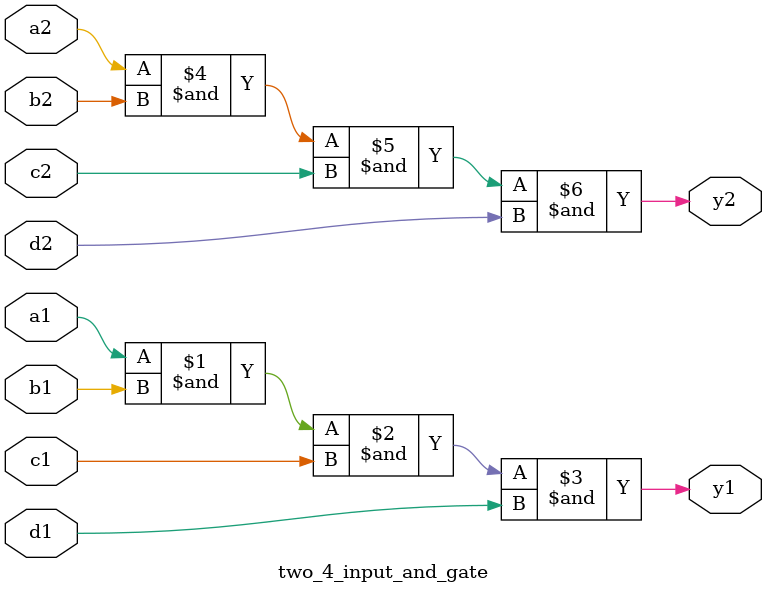
<source format=v>
`timescale 1ns / 1ps

module two_4_input_and_gate#(parameter DELAY = 10)(
    input wire a1,b1,c1,d1,a2,b2,c2,d2,
    output wire y1,y2
    );
    
    and #DELAY (y1,a1,b1,c1,d1);
    and #DELAY (y2,a2,b2,c2,d2);
    
endmodule

</source>
